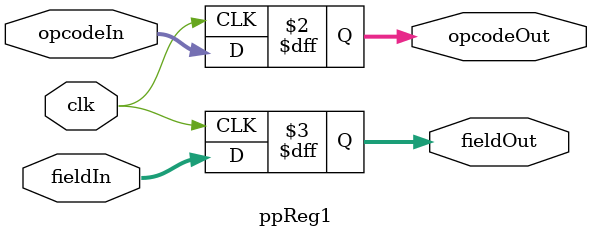
<source format=v>

`timescale 1ns / 1ps////////////////////////////////////////////////////////////////////////////////////////////////

// 8-bit Pipelined Processor defines



// program counter & instruction register






// control unit


























//`define		SPIxFER				`instOpCodeLen'b11001
//`define		SPIstat				`instOpCodeLen'b11010
//`define		SPIwBUF				`instOpCodeLen'b11011
//`define		SPIrBUF				`instOpCodeLen'b11100

// alu opcodes















// bit RAM



// byte RAM




// input register



// output register



// accumulator multiplexer








// operand2 multiplexer









//-----------------------------------------------------------------------------------------------------

// peripheral defines




//-----------------------------------------------------------------------------------------------------

// Timer-Counter














//-----------------------------------------------------------------------------------------------------

// UART








module ppReg1 (clk, opcodeIn, fieldIn, opcodeOut, fieldOut);

		input clk;
		input [5-1:0] opcodeIn;
		input [10-1:0] fieldIn;
		
		output [5-1:0] opcodeOut;
		output [10-1:0] fieldOut;
		
		reg [5-1:0] opcodeOut;
		reg [10-1:0] fieldOut;
		
		
		always @ (posedge clk)
		begin
		
				opcodeOut = opcodeIn;
				fieldOut = fieldIn;
		end



endmodule

</source>
